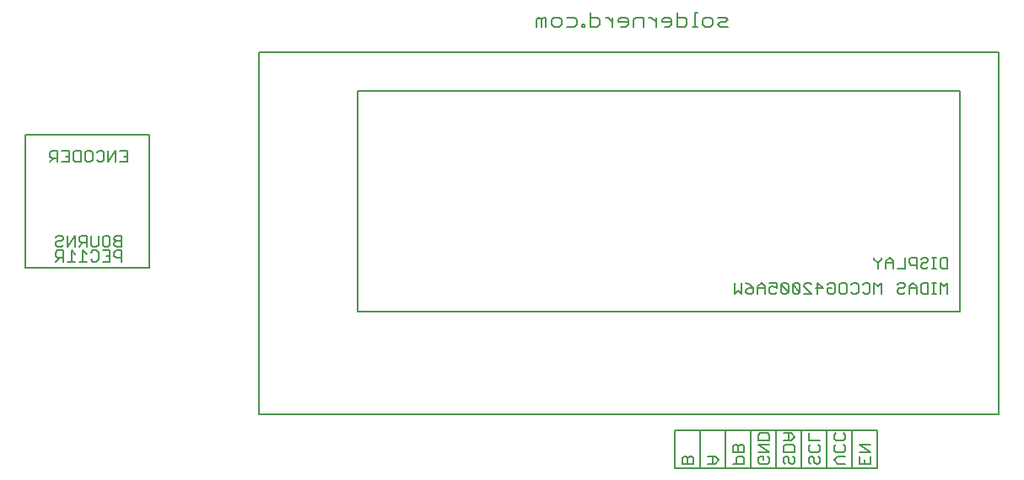
<source format=gbo>
G75*
%MOIN*%
%OFA0B0*%
%FSLAX25Y25*%
%IPPOS*%
%LPD*%
%AMOC8*
5,1,8,0,0,1.08239X$1,22.5*
%
%ADD10C,0.00591*%
%ADD11C,0.00600*%
%ADD12C,0.00800*%
D10*
X0126808Y0026825D02*
X0419327Y0026825D01*
X0419327Y0170133D01*
X0126808Y0170133D01*
X0126808Y0026825D01*
X0165784Y0067613D02*
X0403973Y0067613D01*
X0403973Y0154936D01*
X0165784Y0154936D01*
X0165784Y0067613D01*
X0083698Y0084896D02*
X0083698Y0137652D01*
X0034485Y0137652D01*
X0034485Y0084896D01*
X0083698Y0084896D01*
X0291345Y0020772D02*
X0291345Y0005772D01*
X0301345Y0005772D01*
X0301345Y0020772D01*
X0291345Y0020772D01*
X0301345Y0020772D02*
X0311345Y0020772D01*
X0311345Y0005772D01*
X0321345Y0005772D01*
X0321345Y0020772D01*
X0311345Y0020772D01*
X0321345Y0020772D02*
X0331345Y0020772D01*
X0331345Y0005772D01*
X0341345Y0005772D01*
X0341345Y0020772D01*
X0331345Y0020772D01*
X0341345Y0020772D02*
X0351345Y0020772D01*
X0351345Y0005772D01*
X0361345Y0005772D01*
X0361345Y0020772D01*
X0351345Y0020772D01*
X0361345Y0020772D02*
X0371345Y0020772D01*
X0371345Y0005772D01*
X0361345Y0005772D01*
X0351345Y0005772D02*
X0341345Y0005772D01*
X0331345Y0005772D02*
X0321345Y0005772D01*
X0311345Y0005772D02*
X0301345Y0005772D01*
D11*
X0298549Y0007322D02*
X0298549Y0009524D01*
X0297815Y0010258D01*
X0297081Y0010258D01*
X0296347Y0009524D01*
X0296347Y0007322D01*
X0294145Y0007322D02*
X0294145Y0009524D01*
X0294879Y0010258D01*
X0295613Y0010258D01*
X0296347Y0009524D01*
X0294145Y0007322D02*
X0298549Y0007322D01*
X0304145Y0007322D02*
X0307081Y0007322D01*
X0308549Y0008790D01*
X0307081Y0010258D01*
X0304145Y0010258D01*
X0306347Y0010258D02*
X0306347Y0007322D01*
X0314145Y0007322D02*
X0318549Y0007322D01*
X0318549Y0009524D01*
X0317815Y0010258D01*
X0316347Y0010258D01*
X0315613Y0009524D01*
X0315613Y0007322D01*
X0316347Y0011926D02*
X0316347Y0014128D01*
X0315613Y0014862D01*
X0314879Y0014862D01*
X0314145Y0014128D01*
X0314145Y0011926D01*
X0318549Y0011926D01*
X0318549Y0014128D01*
X0317815Y0014862D01*
X0317081Y0014862D01*
X0316347Y0014128D01*
X0324145Y0014862D02*
X0328549Y0014862D01*
X0328549Y0016530D02*
X0324145Y0016530D01*
X0324145Y0018732D01*
X0324879Y0019466D01*
X0327815Y0019466D01*
X0328549Y0018732D01*
X0328549Y0016530D01*
X0328549Y0011926D02*
X0324145Y0014862D01*
X0324145Y0011926D02*
X0328549Y0011926D01*
X0327815Y0010258D02*
X0328549Y0009524D01*
X0328549Y0008056D01*
X0327815Y0007322D01*
X0324879Y0007322D01*
X0324145Y0008056D01*
X0324145Y0009524D01*
X0324879Y0010258D01*
X0326347Y0010258D01*
X0326347Y0008790D01*
X0334145Y0008056D02*
X0334879Y0007322D01*
X0334145Y0008056D02*
X0334145Y0009524D01*
X0334879Y0010258D01*
X0335613Y0010258D01*
X0336347Y0009524D01*
X0336347Y0008056D01*
X0337081Y0007322D01*
X0337815Y0007322D01*
X0338549Y0008056D01*
X0338549Y0009524D01*
X0337815Y0010258D01*
X0338549Y0011926D02*
X0334145Y0011926D01*
X0334145Y0014128D01*
X0334879Y0014862D01*
X0337815Y0014862D01*
X0338549Y0014128D01*
X0338549Y0011926D01*
X0337081Y0016530D02*
X0334145Y0016530D01*
X0336347Y0016530D02*
X0336347Y0019466D01*
X0337081Y0019466D02*
X0334145Y0019466D01*
X0337081Y0019466D02*
X0338549Y0017998D01*
X0337081Y0016530D01*
X0344145Y0016530D02*
X0344145Y0019466D01*
X0344145Y0016530D02*
X0348549Y0016530D01*
X0347815Y0014862D02*
X0348549Y0014128D01*
X0348549Y0012660D01*
X0347815Y0011926D01*
X0344879Y0011926D01*
X0344145Y0012660D01*
X0344145Y0014128D01*
X0344879Y0014862D01*
X0344879Y0010258D02*
X0344145Y0009524D01*
X0344145Y0008056D01*
X0344879Y0007322D01*
X0346347Y0008056D02*
X0346347Y0009524D01*
X0345613Y0010258D01*
X0344879Y0010258D01*
X0346347Y0008056D02*
X0347081Y0007322D01*
X0347815Y0007322D01*
X0348549Y0008056D01*
X0348549Y0009524D01*
X0347815Y0010258D01*
X0354145Y0008790D02*
X0355613Y0010258D01*
X0358549Y0010258D01*
X0357815Y0011926D02*
X0354879Y0011926D01*
X0354145Y0012660D01*
X0354145Y0014128D01*
X0354879Y0014862D01*
X0354879Y0016530D02*
X0354145Y0017264D01*
X0354145Y0018732D01*
X0354879Y0019466D01*
X0354879Y0016530D02*
X0357815Y0016530D01*
X0358549Y0017264D01*
X0358549Y0018732D01*
X0357815Y0019466D01*
X0357815Y0014862D02*
X0358549Y0014128D01*
X0358549Y0012660D01*
X0357815Y0011926D01*
X0364145Y0011926D02*
X0368549Y0011926D01*
X0364145Y0014862D01*
X0368549Y0014862D01*
X0368549Y0010258D02*
X0368549Y0007322D01*
X0364145Y0007322D01*
X0364145Y0010258D01*
X0366347Y0008790D02*
X0366347Y0007322D01*
X0358549Y0007322D02*
X0355613Y0007322D01*
X0354145Y0008790D01*
X0353789Y0074625D02*
X0352321Y0074625D01*
X0351587Y0075359D01*
X0351587Y0076827D01*
X0353055Y0076827D01*
X0354523Y0075359D02*
X0353789Y0074625D01*
X0354523Y0075359D02*
X0354523Y0078295D01*
X0353789Y0079029D01*
X0352321Y0079029D01*
X0351587Y0078295D01*
X0349919Y0076827D02*
X0346983Y0076827D01*
X0345315Y0078295D02*
X0344581Y0079029D01*
X0343113Y0079029D01*
X0342379Y0078295D01*
X0342379Y0077561D01*
X0345315Y0074625D01*
X0342379Y0074625D01*
X0340711Y0075359D02*
X0337775Y0078295D01*
X0337775Y0075359D01*
X0338509Y0074625D01*
X0339977Y0074625D01*
X0340711Y0075359D01*
X0340711Y0078295D01*
X0339977Y0079029D01*
X0338509Y0079029D01*
X0337775Y0078295D01*
X0336107Y0078295D02*
X0335373Y0079029D01*
X0333905Y0079029D01*
X0333171Y0078295D01*
X0336107Y0075359D01*
X0335373Y0074625D01*
X0333905Y0074625D01*
X0333171Y0075359D01*
X0333171Y0078295D01*
X0331503Y0079029D02*
X0331503Y0076827D01*
X0330035Y0077561D01*
X0329301Y0077561D01*
X0328567Y0076827D01*
X0328567Y0075359D01*
X0329301Y0074625D01*
X0330769Y0074625D01*
X0331503Y0075359D01*
X0336107Y0075359D02*
X0336107Y0078295D01*
X0331503Y0079029D02*
X0328567Y0079029D01*
X0326899Y0077561D02*
X0325431Y0079029D01*
X0323963Y0077561D01*
X0323963Y0074625D01*
X0322295Y0075359D02*
X0322295Y0076827D01*
X0320093Y0076827D01*
X0319360Y0076093D01*
X0319360Y0075359D01*
X0320093Y0074625D01*
X0321561Y0074625D01*
X0322295Y0075359D01*
X0322295Y0076827D02*
X0320827Y0078295D01*
X0319360Y0079029D01*
X0317691Y0079029D02*
X0317691Y0074625D01*
X0316224Y0076093D01*
X0314756Y0074625D01*
X0314756Y0079029D01*
X0323963Y0076827D02*
X0326899Y0076827D01*
X0326899Y0077561D02*
X0326899Y0074625D01*
X0347717Y0074625D02*
X0347717Y0079029D01*
X0349919Y0076827D01*
X0356191Y0075359D02*
X0356191Y0078295D01*
X0356925Y0079029D01*
X0358393Y0079029D01*
X0359127Y0078295D01*
X0359127Y0075359D01*
X0358393Y0074625D01*
X0356925Y0074625D01*
X0356191Y0075359D01*
X0360795Y0075359D02*
X0361529Y0074625D01*
X0362997Y0074625D01*
X0363731Y0075359D01*
X0363731Y0078295D01*
X0362997Y0079029D01*
X0361529Y0079029D01*
X0360795Y0078295D01*
X0365399Y0078295D02*
X0366133Y0079029D01*
X0367601Y0079029D01*
X0368335Y0078295D01*
X0368335Y0075359D01*
X0367601Y0074625D01*
X0366133Y0074625D01*
X0365399Y0075359D01*
X0370003Y0074625D02*
X0370003Y0079029D01*
X0371471Y0077561D01*
X0372939Y0079029D01*
X0372939Y0074625D01*
X0379211Y0075359D02*
X0379945Y0074625D01*
X0381412Y0074625D01*
X0382146Y0075359D01*
X0381412Y0076827D02*
X0379945Y0076827D01*
X0379211Y0076093D01*
X0379211Y0075359D01*
X0381412Y0076827D02*
X0382146Y0077561D01*
X0382146Y0078295D01*
X0381412Y0079029D01*
X0379945Y0079029D01*
X0379211Y0078295D01*
X0383814Y0077561D02*
X0383814Y0074625D01*
X0383814Y0076827D02*
X0386750Y0076827D01*
X0386750Y0077561D02*
X0385282Y0079029D01*
X0383814Y0077561D01*
X0386750Y0077561D02*
X0386750Y0074625D01*
X0388418Y0075359D02*
X0388418Y0078295D01*
X0389152Y0079029D01*
X0391354Y0079029D01*
X0391354Y0074625D01*
X0389152Y0074625D01*
X0388418Y0075359D01*
X0392956Y0074625D02*
X0394423Y0074625D01*
X0393690Y0074625D02*
X0393690Y0079029D01*
X0394423Y0079029D02*
X0392956Y0079029D01*
X0396092Y0079029D02*
X0397560Y0077561D01*
X0399027Y0079029D01*
X0399027Y0074625D01*
X0396092Y0074625D02*
X0396092Y0079029D01*
X0396826Y0084625D02*
X0396092Y0085359D01*
X0396092Y0088295D01*
X0396826Y0089029D01*
X0399027Y0089029D01*
X0399027Y0084625D01*
X0396826Y0084625D01*
X0394423Y0084625D02*
X0392956Y0084625D01*
X0393690Y0084625D02*
X0393690Y0089029D01*
X0394423Y0089029D02*
X0392956Y0089029D01*
X0391354Y0088295D02*
X0390620Y0089029D01*
X0389152Y0089029D01*
X0388418Y0088295D01*
X0389152Y0086827D02*
X0388418Y0086093D01*
X0388418Y0085359D01*
X0389152Y0084625D01*
X0390620Y0084625D01*
X0391354Y0085359D01*
X0390620Y0086827D02*
X0389152Y0086827D01*
X0390620Y0086827D02*
X0391354Y0087561D01*
X0391354Y0088295D01*
X0386750Y0089029D02*
X0386750Y0084625D01*
X0386750Y0086093D02*
X0384548Y0086093D01*
X0383814Y0086827D01*
X0383814Y0088295D01*
X0384548Y0089029D01*
X0386750Y0089029D01*
X0382146Y0089029D02*
X0382146Y0084625D01*
X0379211Y0084625D01*
X0377542Y0084625D02*
X0377542Y0087561D01*
X0376075Y0089029D01*
X0374607Y0087561D01*
X0374607Y0084625D01*
X0374607Y0086827D02*
X0377542Y0086827D01*
X0372939Y0088295D02*
X0372939Y0089029D01*
X0372939Y0088295D02*
X0371471Y0086827D01*
X0371471Y0084625D01*
X0371471Y0086827D02*
X0370003Y0088295D01*
X0370003Y0089029D01*
X0072603Y0088889D02*
X0070401Y0088889D01*
X0069667Y0089623D01*
X0069667Y0091091D01*
X0070401Y0091824D01*
X0072603Y0091824D01*
X0072603Y0087421D01*
X0067999Y0087421D02*
X0065063Y0087421D01*
X0063395Y0088155D02*
X0062661Y0087421D01*
X0061193Y0087421D01*
X0060459Y0088155D01*
X0058791Y0087421D02*
X0055855Y0087421D01*
X0057323Y0087421D02*
X0057323Y0091824D01*
X0058791Y0090357D01*
X0060459Y0091091D02*
X0061193Y0091824D01*
X0062661Y0091824D01*
X0063395Y0091091D01*
X0063395Y0088155D01*
X0066531Y0089623D02*
X0067999Y0089623D01*
X0067999Y0091824D02*
X0065063Y0091824D01*
X0065797Y0093326D02*
X0065063Y0094060D01*
X0065063Y0096996D01*
X0065797Y0097730D01*
X0067265Y0097730D01*
X0067999Y0096996D01*
X0067999Y0094060D01*
X0067265Y0093326D01*
X0065797Y0093326D01*
X0063395Y0094060D02*
X0063395Y0097730D01*
X0060459Y0097730D02*
X0060459Y0094060D01*
X0061193Y0093326D01*
X0062661Y0093326D01*
X0063395Y0094060D01*
X0058791Y0093326D02*
X0058791Y0097730D01*
X0056589Y0097730D01*
X0055855Y0096996D01*
X0055855Y0095528D01*
X0056589Y0094794D01*
X0058791Y0094794D01*
X0057323Y0094794D02*
X0055855Y0093326D01*
X0054187Y0093326D02*
X0054187Y0097730D01*
X0051251Y0093326D01*
X0051251Y0097730D01*
X0049583Y0096996D02*
X0049583Y0096262D01*
X0048849Y0095528D01*
X0047382Y0095528D01*
X0046648Y0094794D01*
X0046648Y0094060D01*
X0047382Y0093326D01*
X0048849Y0093326D01*
X0049583Y0094060D01*
X0049583Y0091824D02*
X0047382Y0091824D01*
X0046648Y0091091D01*
X0046648Y0089623D01*
X0047382Y0088889D01*
X0049583Y0088889D01*
X0048115Y0088889D02*
X0046648Y0087421D01*
X0049583Y0087421D02*
X0049583Y0091824D01*
X0052719Y0091824D02*
X0054187Y0090357D01*
X0052719Y0091824D02*
X0052719Y0087421D01*
X0054187Y0087421D02*
X0051251Y0087421D01*
X0049583Y0096996D02*
X0048849Y0097730D01*
X0047382Y0097730D01*
X0046648Y0096996D01*
X0067999Y0091824D02*
X0067999Y0087421D01*
X0070401Y0093326D02*
X0072603Y0093326D01*
X0072603Y0097730D01*
X0070401Y0097730D01*
X0069667Y0096996D01*
X0069667Y0096262D01*
X0070401Y0095528D01*
X0072603Y0095528D01*
X0070401Y0095528D02*
X0069667Y0094794D01*
X0069667Y0094060D01*
X0070401Y0093326D01*
X0070301Y0126791D02*
X0070301Y0131195D01*
X0067365Y0126791D01*
X0067365Y0131195D01*
X0065697Y0130461D02*
X0064963Y0131195D01*
X0063495Y0131195D01*
X0062761Y0130461D01*
X0061093Y0130461D02*
X0061093Y0127525D01*
X0060359Y0126791D01*
X0058891Y0126791D01*
X0058157Y0127525D01*
X0058157Y0130461D01*
X0058891Y0131195D01*
X0060359Y0131195D01*
X0061093Y0130461D01*
X0062761Y0127525D02*
X0063495Y0126791D01*
X0064963Y0126791D01*
X0065697Y0127525D01*
X0065697Y0130461D01*
X0071969Y0131195D02*
X0074905Y0131195D01*
X0074905Y0126791D01*
X0071969Y0126791D01*
X0073437Y0128993D02*
X0074905Y0128993D01*
X0056489Y0131195D02*
X0056489Y0126791D01*
X0054287Y0126791D01*
X0053553Y0127525D01*
X0053553Y0130461D01*
X0054287Y0131195D01*
X0056489Y0131195D01*
X0051885Y0131195D02*
X0051885Y0126791D01*
X0048950Y0126791D01*
X0047281Y0126791D02*
X0047281Y0131195D01*
X0045080Y0131195D01*
X0044346Y0130461D01*
X0044346Y0128993D01*
X0045080Y0128259D01*
X0047281Y0128259D01*
X0045814Y0128259D02*
X0044346Y0126791D01*
X0050417Y0128993D02*
X0051885Y0128993D01*
X0051885Y0131195D02*
X0048950Y0131195D01*
D12*
X0236470Y0180225D02*
X0236470Y0183127D01*
X0237438Y0184095D01*
X0238405Y0183127D01*
X0238405Y0180225D01*
X0240340Y0180225D02*
X0240340Y0184095D01*
X0239373Y0184095D01*
X0238405Y0183127D01*
X0242547Y0183127D02*
X0242547Y0181192D01*
X0243515Y0180225D01*
X0245450Y0180225D01*
X0246417Y0181192D01*
X0246417Y0183127D01*
X0245450Y0184095D01*
X0243515Y0184095D01*
X0242547Y0183127D01*
X0248624Y0184095D02*
X0251527Y0184095D01*
X0252494Y0183127D01*
X0252494Y0181192D01*
X0251527Y0180225D01*
X0248624Y0180225D01*
X0254566Y0180225D02*
X0255533Y0180225D01*
X0255533Y0181192D01*
X0254566Y0181192D01*
X0254566Y0180225D01*
X0257740Y0180225D02*
X0260643Y0180225D01*
X0261610Y0181192D01*
X0261610Y0183127D01*
X0260643Y0184095D01*
X0257740Y0184095D01*
X0257740Y0186030D02*
X0257740Y0180225D01*
X0263772Y0184095D02*
X0264740Y0184095D01*
X0266675Y0182160D01*
X0266675Y0180225D02*
X0266675Y0184095D01*
X0268882Y0183127D02*
X0268882Y0182160D01*
X0272752Y0182160D01*
X0272752Y0183127D02*
X0271784Y0184095D01*
X0269849Y0184095D01*
X0268882Y0183127D01*
X0269849Y0180225D02*
X0271784Y0180225D01*
X0272752Y0181192D01*
X0272752Y0183127D01*
X0274959Y0183127D02*
X0274959Y0180225D01*
X0274959Y0183127D02*
X0275926Y0184095D01*
X0278829Y0184095D01*
X0278829Y0180225D01*
X0280991Y0184095D02*
X0281958Y0184095D01*
X0283893Y0182160D01*
X0283893Y0180225D02*
X0283893Y0184095D01*
X0286100Y0183127D02*
X0286100Y0182160D01*
X0289970Y0182160D01*
X0289970Y0183127D02*
X0289003Y0184095D01*
X0287068Y0184095D01*
X0286100Y0183127D01*
X0287068Y0180225D02*
X0289003Y0180225D01*
X0289970Y0181192D01*
X0289970Y0183127D01*
X0292178Y0184095D02*
X0295080Y0184095D01*
X0296048Y0183127D01*
X0296048Y0181192D01*
X0295080Y0180225D01*
X0292178Y0180225D01*
X0292178Y0186030D01*
X0299132Y0186030D02*
X0299132Y0180225D01*
X0300099Y0180225D02*
X0298164Y0180225D01*
X0302306Y0181192D02*
X0302306Y0183127D01*
X0303274Y0184095D01*
X0305209Y0184095D01*
X0306176Y0183127D01*
X0306176Y0181192D01*
X0305209Y0180225D01*
X0303274Y0180225D01*
X0302306Y0181192D01*
X0308383Y0181192D02*
X0309351Y0182160D01*
X0311286Y0182160D01*
X0312253Y0183127D01*
X0311286Y0184095D01*
X0308383Y0184095D01*
X0308383Y0181192D02*
X0309351Y0180225D01*
X0312253Y0180225D01*
X0300099Y0186030D02*
X0299132Y0186030D01*
M02*

</source>
